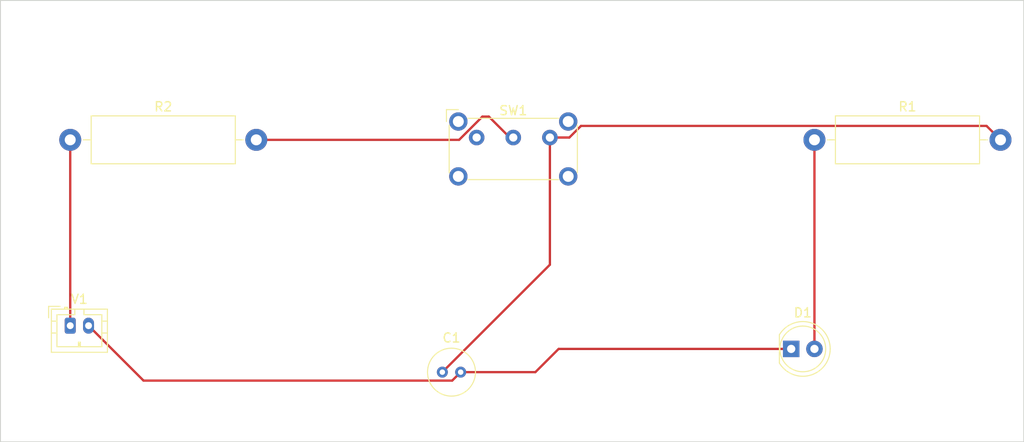
<source format=kicad_pcb>
(kicad_pcb (version 20211014) (generator pcbnew)
  (layers (0 "F.Cu" signal) (31 "B.Cu" signal) (34 "B.Paste" user) (35 "F.Paste" user) (36 "B.SilkS" user "B.Silkscreen") (37 "F.SilkS" user "F.Silkscreen") (38 "B.Mask" user) (39 "F.Mask" user) (44 "Edge.Cuts" user))
  (net 0 "")
  (net 1 "Net-(C1-Pad1)")
  (net 2 "Net-(C1-Pad2)")
  (net 3 "Net-(D1-Pad2)")
  (net 4 "Net-(R2-Pad1)")
  (net 5 "Net-(R2-Pad2)")
  (footprint "Button_Switch_THT:SW_E-Switch_EG1224_SPDT_Angled" (layer "F.Cu") (at 151.0675 73.4075)
    (fp_text reference "SW1" (at 4 -2.95) (layer "F.SilkS"))
    (fp_text value "SW_SPDT")
    (fp_line (start -3.3 -1.75) (end -3.3 -3.05) (layer "F.SilkS") (width 0.12))
    (fp_line (start -3 3.85) (end -3 -1.35) (layer "F.SilkS") (width 0.12))
    (fp_line (start -0.95 -2.1) (end 8.95 -2.1) (layer "F.SilkS") (width 0.12))
    (fp_line (start -3.3 -3.05) (end -2 -3.05) (layer "F.SilkS") (width 0.12))
    (fp_line (start 8.95 4.6) (end -0.95 4.6) (layer "F.SilkS") (width 0.12))
    (fp_line (start 11 -1.35) (end 11 3.85) (layer "F.SilkS") (width 0.12))
    (pad "" thru_hole circle (at 10 -1.75) (size 2 2) (drill 1.2) (layers *.Cu *.Mask))
    (pad "" thru_hole circle (at -2 4.25) (size 2 2) (drill 1.2) (layers *.Cu *.Mask))
    (pad "" thru_hole circle (at -2 -1.75) (size 2 2) (drill 1.2) (layers *.Cu *.Mask))
    (pad "" thru_hole circle (at 10 4.25) (size 2 2) (drill 1.2) (layers *.Cu *.Mask))
    (pad "1" thru_hole circle (at 0 0) (size 1.7 1.7) (drill 0.9) (layers *.Cu *.Mask))
    (pad "2" thru_hole circle (at 4 0) (size 1.7 1.7) (drill 0.9) (layers *.Cu *.Mask) (net 5 "Net-(R2-Pad2)"))
    (pad "3" thru_hole circle (at 8 0) (size 1.7 1.7) (drill 0.9) (layers *.Cu *.Mask) (net 1 "Net-(C1-Pad1)"))
  )
  (footprint "LED_THT:LED_D5.0mm" (layer "F.Cu") (at 185.42 96.52)
    (fp_text reference "D1" (at 1.27 -3.96) (layer "F.SilkS"))
    (fp_text value "LED")
    (fp_line (start -1.29 -1.545) (end -1.29 1.545) (layer "F.SilkS") (width 0.12))
    (fp_arc (start 4.26 -0.000462) (mid 2.072002 2.880433) (end -1.29 1.54483) (layer "F.SilkS") (width 0.12))
    (fp_arc (start -1.29 -1.54483) (mid 2.072002 -2.880433) (end 4.26 0.000462) (layer "F.SilkS") (width 0.12))
    (fp_circle (center 1.27 0) (end 3.77 0) (layer "F.SilkS") (width 0.12) (fill none))
    (pad "1" thru_hole rect (at 0 0) (size 1.8 1.8) (drill 0.9) (layers *.Cu *.Mask) (net 2 "Net-(C1-Pad2)"))
    (pad "2" thru_hole circle (at 2.54 0) (size 1.8 1.8) (drill 0.9) (layers *.Cu *.Mask) (net 3 "Net-(D1-Pad2)"))
  )
  (footprint "Capacitor_THT:C_Radial_D5.0mm_H5.0mm_P2.00mm" (layer "F.Cu") (at 147.32 99.06)
    (fp_text reference "C1" (at 1 -3.75) (layer "F.SilkS"))
    (fp_text value "C")
    (fp_circle (center 1 0) (end 3.62 0) (layer "F.SilkS") (width 0.12) (fill none))
    (pad "1" thru_hole circle (at 0 0) (size 1.2 1.2) (drill 0.6) (layers *.Cu *.Mask) (net 1 "Net-(C1-Pad1)"))
    (pad "2" thru_hole circle (at 2 0) (size 1.2 1.2) (drill 0.6) (layers *.Cu *.Mask) (net 2 "Net-(C1-Pad2)"))
  )
  (footprint "Connector_JST:JST_PH_B2B-PH-K_1x02_P2.00mm_Vertical" (layer "F.Cu") (at 106.68 93.98)
    (fp_text reference "V1" (at 1 -2.9) (layer "F.SilkS"))
    (fp_text value "+9V")
    (fp_line (start -0.6 -2.01) (end -0.6 -1.81) (layer "F.SilkS") (width 0.12))
    (fp_line (start -2.06 -0.5) (end -1.45 -0.5) (layer "F.SilkS") (width 0.12))
    (fp_line (start 1.1 1.8) (end 1.1 2.3) (layer "F.SilkS") (width 0.12))
    (fp_line (start 0.9 1.8) (end 1.1 1.8) (layer "F.SilkS") (width 0.12))
    (fp_line (start -1.11 -2.11) (end -2.36 -2.11) (layer "F.SilkS") (width 0.12))
    (fp_line (start 4.06 -1.81) (end -2.06 -1.81) (layer "F.SilkS") (width 0.12))
    (fp_line (start -2.06 0.8) (end -1.45 0.8) (layer "F.SilkS") (width 0.12))
    (fp_line (start -2.06 -1.81) (end -2.06 2.91) (layer "F.SilkS") (width 0.12))
    (fp_line (start -0.3 -1.91) (end -0.6 -1.91) (layer "F.SilkS") (width 0.12))
    (fp_line (start -0.3 -2.01) (end -0.6 -2.01) (layer "F.SilkS") (width 0.12))
    (fp_line (start 0.5 -1.81) (end 0.5 -1.2) (layer "F.SilkS") (width 0.12))
    (fp_line (start 4.06 -0.5) (end 3.45 -0.5) (layer "F.SilkS") (width 0.12))
    (fp_line (start -2.06 2.91) (end 4.06 2.91) (layer "F.SilkS") (width 0.12))
    (fp_line (start 1.5 -1.2) (end 1.5 -1.81) (layer "F.SilkS") (width 0.12))
    (fp_line (start 0.5 -1.2) (end -1.45 -1.2) (layer "F.SilkS") (width 0.12))
    (fp_line (start 0.9 2.3) (end 0.9 1.8) (layer "F.SilkS") (width 0.12))
    (fp_line (start 4.06 0.8) (end 3.45 0.8) (layer "F.SilkS") (width 0.12))
    (fp_line (start -2.36 -2.11) (end -2.36 -0.86) (layer "F.SilkS") (width 0.12))
    (fp_line (start -0.3 -1.81) (end -0.3 -2.01) (layer "F.SilkS") (width 0.12))
    (fp_line (start 3.45 -1.2) (end 1.5 -1.2) (layer "F.SilkS") (width 0.12))
    (fp_line (start 3.45 2.3) (end 3.45 -1.2) (layer "F.SilkS") (width 0.12))
    (fp_line (start 4.06 2.91) (end 4.06 -1.81) (layer "F.SilkS") (width 0.12))
    (fp_line (start -1.45 2.3) (end 3.45 2.3) (layer "F.SilkS") (width 0.12))
    (fp_line (start 1 2.3) (end 1 1.8) (layer "F.SilkS") (width 0.12))
    (fp_line (start -1.45 -1.2) (end -1.45 2.3) (layer "F.SilkS") (width 0.12))
    (pad "1" thru_hole roundrect (at 0 0) (size 1.2 1.75) (drill 0.75) (layers *.Cu *.Mask) (roundrect_rratio 0.208333) (net 4 "Net-(R2-Pad1)"))
    (pad "2" thru_hole oval (at 2 0) (size 1.2 1.75) (drill 0.75) (layers *.Cu *.Mask) (net 2 "Net-(C1-Pad2)"))
  )
  (footprint "Resistor_THT:R_Axial_DIN0516_L15.5mm_D5.0mm_P20.32mm_Horizontal" (layer "F.Cu") (at 187.96 73.66)
    (fp_text reference "R1" (at 10.16 -3.62) (layer "F.SilkS"))
    (fp_text value "20k")
    (fp_line (start 18.03 -2.62) (end 2.29 -2.62) (layer "F.SilkS") (width 0.12))
    (fp_line (start 2.29 2.62) (end 18.03 2.62) (layer "F.SilkS") (width 0.12))
    (fp_line (start 1.44 0) (end 2.29 0) (layer "F.SilkS") (width 0.12))
    (fp_line (start 18.03 2.62) (end 18.03 -2.62) (layer "F.SilkS") (width 0.12))
    (fp_line (start 18.88 0) (end 18.03 0) (layer "F.SilkS") (width 0.12))
    (fp_line (start 2.29 -2.62) (end 2.29 2.62) (layer "F.SilkS") (width 0.12))
    (pad "1" thru_hole circle (at 0 0) (size 2.4 2.4) (drill 1.2) (layers *.Cu *.Mask) (net 3 "Net-(D1-Pad2)"))
    (pad "2" thru_hole oval (at 20.32 0) (size 2.4 2.4) (drill 1.2) (layers *.Cu *.Mask) (net 1 "Net-(C1-Pad1)"))
  )
  (footprint "Resistor_THT:R_Axial_DIN0516_L15.5mm_D5.0mm_P20.32mm_Horizontal" (layer "F.Cu") (at 106.68 73.66)
    (fp_text reference "R2" (at 10.16 -3.62) (layer "F.SilkS"))
    (fp_text value "2.2k")
    (fp_line (start 18.03 -2.62) (end 2.29 -2.62) (layer "F.SilkS") (width 0.12))
    (fp_line (start 1.44 0) (end 2.29 0) (layer "F.SilkS") (width 0.12))
    (fp_line (start 18.03 2.62) (end 18.03 -2.62) (layer "F.SilkS") (width 0.12))
    (fp_line (start 2.29 2.62) (end 18.03 2.62) (layer "F.SilkS") (width 0.12))
    (fp_line (start 18.88 0) (end 18.03 0) (layer "F.SilkS") (width 0.12))
    (fp_line (start 2.29 -2.62) (end 2.29 2.62) (layer "F.SilkS") (width 0.12))
    (pad "1" thru_hole circle (at 0 0) (size 2.4 2.4) (drill 1.2) (layers *.Cu *.Mask) (net 4 "Net-(R2-Pad1)"))
    (pad "2" thru_hole oval (at 20.32 0) (size 2.4 2.4) (drill 1.2) (layers *.Cu *.Mask) (net 5 "Net-(R2-Pad2)"))
  )
  (gr_rect (start 99.06 58.42) (end 210.82 106.68) (layer "Edge.Cuts") (width 0.1) (fill none))
  (segment (start 162.463833 72.135) (end 161.191333 73.4075) (width 0.25) (layer "F.Cu") (net 1))
  (segment (start 159.0675 87.3125) (end 147.32 99.06) (width 0.25) (layer "F.Cu") (net 1))
  (segment (start 159.0675 73.4075) (end 159.0675 87.3125) (width 0.25) (layer "F.Cu") (net 1))
  (segment (start 206.755 72.135) (end 162.463833 72.135) (width 0.25) (layer "F.Cu") (net 1))
  (segment (start 208.28 73.66) (end 206.755 72.135) (width 0.25) (layer "F.Cu") (net 1))
  (segment (start 161.191333 73.4075) (end 159.0675 73.4075) (width 0.25) (layer "F.Cu") (net 1))
  (segment (start 149.32 99.06) (end 148.395 99.985) (width 0.25) (layer "F.Cu") (net 2))
  (segment (start 148.395 99.985) (end 114.685 99.985) (width 0.25) (layer "F.Cu") (net 2))
  (segment (start 157.48 99.06) (end 160.02 96.52) (width 0.25) (layer "F.Cu") (net 2))
  (segment (start 149.32 99.06) (end 157.48 99.06) (width 0.25) (layer "F.Cu") (net 2))
  (segment (start 160.02 96.52) (end 185.42 96.52) (width 0.25) (layer "F.Cu") (net 2))
  (segment (start 114.685 99.985) (end 108.68 93.98) (width 0.25) (layer "F.Cu") (net 2))
  (segment (start 187.96 96.52) (end 187.96 73.66) (width 0.25) (layer "F.Cu") (net 3))
  (segment (start 106.68 73.66) (end 106.68 93.98) (width 0.25) (layer "F.Cu") (net 4))
  (segment (start 152.4 71.12) (end 154.94 73.66) (width 0.25) (layer "F.Cu") (net 5))
  (segment (start 151.693299 71.12) (end 152.4 71.12) (width 0.25) (layer "F.Cu") (net 5))
  (segment (start 155.0675 73.5325) (end 155.0675 73.4075) (width 0.25) (layer "F.Cu") (net 5))
  (segment (start 154.94 73.66) (end 155.0675 73.5325) (width 0.25) (layer "F.Cu") (net 5))
  (segment (start 149.153299 73.66) (end 151.693299 71.12) (width 0.25) (layer "F.Cu") (net 5))
  (segment (start 127 73.66) (end 149.153299 73.66) (width 0.25) (layer "F.Cu") (net 5))
)
</source>
